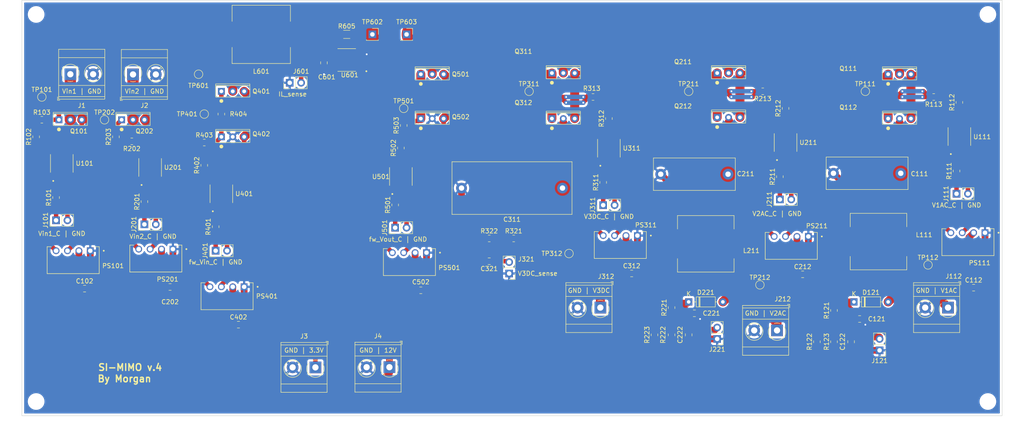
<source format=kicad_pcb>
(kicad_pcb (version 20211014) (generator pcbnew)
  (layers (0 "F.Cu" signal) (31 "B.Cu" signal) (34 "B.Paste" user) (35 "F.Paste" user) (36 "B.SilkS" user "B.Silkscreen") (37 "F.SilkS" user "F.Silkscreen") (38 "B.Mask" user) (39 "F.Mask" user) (44 "Edge.Cuts" user))
  (net 0 "")
  (net 1 "+12V")
  (net 2 "/V1_AC")
  (net 3 "GNDA")
  (net 4 "Net-(C121-Pad1)")
  (net 5 "+3.3V")
  (net 6 "/V2_AC")
  (net 7 "Net-(C221-Pad1)")
  (net 8 "/V3_DC")
  (net 9 "Net-(C321-Pad1)")
  (net 10 "Net-(J1-Pad1)")
  (net 11 "Net-(J2-Pad1)")
  (net 12 "Net-(J101-Pad1)")
  (net 13 "Net-(J101-Pad2)")
  (net 14 "Net-(J111-Pad1)")
  (net 15 "Net-(J111-Pad2)")
  (net 16 "Net-(J201-Pad1)")
  (net 17 "Net-(J201-Pad2)")
  (net 18 "Net-(J211-Pad1)")
  (net 19 "Net-(J211-Pad2)")
  (net 20 "Net-(J311-Pad1)")
  (net 21 "Net-(J311-Pad2)")
  (net 22 "Net-(J401-Pad1)")
  (net 23 "Net-(J401-Pad2)")
  (net 24 "Net-(J501-Pad1)")
  (net 25 "Net-(J501-Pad2)")
  (net 26 "/Vin_MOS_S")
  (net 27 "/L_V+")
  (net 28 "Net-(PS101-Pad4)")
  (net 29 "/V1MOS_S")
  (net 30 "Net-(PS111-Pad4)")
  (net 31 "Net-(PS201-Pad4)")
  (net 32 "/V2MOS_S")
  (net 33 "Net-(PS211-Pad4)")
  (net 34 "/V3MOS_S")
  (net 35 "Net-(PS311-Pad4)")
  (net 36 "/Flywhell_Vin_MOS_S")
  (net 37 "Net-(PS401-Pad4)")
  (net 38 "/Flywhell_Vout_MOS_S")
  (net 39 "Net-(PS501-Pad4)")
  (net 40 "/Vin1_MOS_G")
  (net 41 "/V1MOS_G")
  (net 42 "/L_V-")
  (net 43 "/Vin2_MOS_G")
  (net 44 "/V2MOS_G")
  (net 45 "/V3MOS_G")
  (net 46 "/Flywhell_Vin_MOS_G")
  (net 47 "/Flywhell_Vout_MOS_G")
  (net 48 "Net-(R101-Pad2)")
  (net 49 "Net-(R102-Pad1)")
  (net 50 "Net-(R102-Pad2)")
  (net 51 "Net-(R111-Pad2)")
  (net 52 "Net-(R112-Pad1)")
  (net 53 "Net-(R112-Pad2)")
  (net 54 "Net-(R201-Pad2)")
  (net 55 "Net-(R202-Pad1)")
  (net 56 "Net-(R202-Pad2)")
  (net 57 "Net-(R211-Pad2)")
  (net 58 "Net-(R212-Pad1)")
  (net 59 "Net-(R212-Pad2)")
  (net 60 "Net-(R311-Pad2)")
  (net 61 "Net-(R312-Pad1)")
  (net 62 "Net-(R312-Pad2)")
  (net 63 "Net-(R401-Pad2)")
  (net 64 "Net-(R402-Pad1)")
  (net 65 "Net-(R402-Pad2)")
  (net 66 "Net-(R501-Pad2)")
  (net 67 "Net-(R502-Pad1)")
  (net 68 "Net-(R502-Pad2)")
  (net 83 "Net-(Q111-Pad2)")
  (net 84 "Net-(J601-Pad2)")
  (net 85 "Net-(Q401-Pad1)")
  (net 86 "Net-(C122-Pad1)")
  (net 87 "Net-(C222-Pad1)")
  (footprint "Capacitor_SMD:C_0805_2012Metric_Pad1.18x1.45mm_HandSolder" (layer "F.Cu") (at 105.41 99.06)
    (fp_text reference "C402")
    (fp_text value "100n")
  )
  (footprint "Capacitor_SMD:C_0805_2012Metric_Pad1.18x1.45mm_HandSolder" (layer "F.Cu") (at 269.24 90.805)
    (fp_text reference "C112")
    (fp_text value "100n")
  )
  (footprint "Connector_PinHeader_2.54mm:PinHeader_1x02_P2.54mm_Vertical" (layer "F.Cu") (at 116.835 45.085 90)
    (fp_text reference "J601")
    (fp_text value "IL_sense")
  )
  (footprint "Capacitor_THT:C_Rect_L26.5mm_W11.5mm_P22.50mm_MKS4" (layer "F.Cu") (at 177.62 68.58 180)
    (fp_text reference "C311")
    (fp_text value "22u")
  )
  (footprint "Resistor_SMD:R_0805_2012Metric_Pad1.20x1.40mm_HandSolder" (layer "F.Cu") (at 97.79 58.42)
    (fp_text reference "R403")
    (fp_text value "1R - DNP")
  )
  (footprint "Resistor_SMD:R_0805_2012Metric_Pad1.20x1.40mm_HandSolder" (layer "F.Cu") (at 84.455 71.601 90)
    (fp_text reference "R201")
    (fp_text value "220")
  )
  (footprint "Resistor_SMD:R_0805_2012Metric_Pad1.20x1.40mm_HandSolder" (layer "F.Cu") (at 186.69 67.31 90)
    (fp_text reference "R311")
    (fp_text value "220")
  )
  (footprint "TestPoint:TestPoint_Pad_D1.5mm" (layer "F.Cu") (at 259.08 85.725)
    (fp_text reference "TP112")
    (fp_text value "TestPoint")
  )
  (footprint "Connector_PinHeader_2.54mm:PinHeader_1x02_P2.54mm_Vertical" (layer "F.Cu") (at 64.765 75.774827 90)
    (fp_text reference "J101")
    (fp_text value "Vin1_MOS_C")
  )
  (footprint "SIMO_PCB_Lib:IPA083N10N5" (layer "F.Cu") (at 250.19 51.809395)
    (fp_text reference "Q112")
    (fp_text value "IPA083N10N5")
  )
  (footprint "Resistor_SMD:R_0805_2012Metric_Pad1.20x1.40mm_HandSolder" (layer "F.Cu") (at 141.605 59.6425 90)
    (fp_text reference "R502")
    (fp_text value "1R - DNP")
  )
  (footprint "SIMO_PCB_Lib:IPA083N10N5" (layer "F.Cu") (at 146.05 41.91)
    (fp_text reference "Q501")
    (fp_text value "IPA083N10N5")
  )
  (footprint "TestPoint:TestPoint_Pad_D1.5mm" (layer "F.Cu") (at 245.11 46.99)
    (fp_text reference "TP111")
    (fp_text value "TestPoint")
  )
  (footprint "TestPoint:TestPoint_Pad_D1.5mm" (layer "F.Cu") (at 221.615 90.17)
    (fp_text reference "TP212")
    (fp_text value "TestPoint")
  )
  (footprint "TestPoint:TestPoint_Pad_D1.5mm" (layer "F.Cu") (at 142.24 50.8)
    (fp_text reference "TP501")
    (fp_text value "TestPoint")
  )
  (footprint "Resistor_SMD:R_0805_2012Metric_Pad1.20x1.40mm_HandSolder" (layer "F.Cu") (at 81.645 58.15 180)
    (fp_text reference "R202")
    (fp_text value "1R - DNP")
  )
  (footprint "Resistor_SMD:R_0805_2012Metric_Pad1.20x1.40mm_HandSolder" (layer "F.Cu") (at 226.06 66.04 90)
    (fp_text reference "R211")
    (fp_text value "220")
  )
  (footprint "Capacitor_SMD:C_0805_2012Metric_Pad1.18x1.45mm_HandSolder" (layer "F.Cu") (at 90.17 90.651)
    (fp_text reference "C202")
    (fp_text value "100n")
  )
  (footprint "SIMO_PCB_Lib:IPA083N10N5" (layer "F.Cu") (at 101.6 55.88)
    (fp_text reference "Q402")
    (fp_text value "IPA083N10N5")
  )
  (footprint "Connector_PinSocket_2.54mm:PinSocket_1x01_P2.54mm_Vertical" (layer "F.Cu") (at 135.255 34.29)
    (fp_text reference "TP602")
    (fp_text value "TestPoint")
  )
  (footprint "Resistor_SMD:R_0805_2012Metric_Pad1.20x1.40mm_HandSolder" (layer "F.Cu") (at 184.42 48.26 180)
    (fp_text reference "R313")
    (fp_text value "1R - DNP")
  )
  (footprint "TerminalBlock_MetzConnect:TerminalBlock_MetzConnect_Type073_RT02602HBLU_1x02_P5.08mm_Horizontal" (layer "F.Cu") (at 81.915 43.225)
    (fp_text reference "J2")
    (fp_text value "Vin2")
  )
  (footprint "SIMO_PCB_Lib:PDSE1-S12-S15-S" (layer "F.Cu") (at 102.87 92.71 180)
    (fp_text reference "PS401")
    (fp_text value "PDSE1-S12-S15-S")
  )
  (footprint "Resistor_SMD:R_0805_2012Metric_Pad1.20x1.40mm_HandSolder" (layer "F.Cu") (at 78.105 57.15 90)
    (fp_text reference "R203")
    (fp_text value "1R - DNP")
  )
  (footprint "SIMO_PCB_Lib:PDSE1-S12-S15-S" (layer "F.Cu") (at 228.6 81.475 180)
    (fp_text reference "PS211")
    (fp_text value "PDSE1-S12-S15-S")
  )
  (footprint "TerminalBlock_MetzConnect:TerminalBlock_MetzConnect_Type073_RT02602HBLU_1x02_P5.08mm_Horizontal" (layer "F.Cu") (at 139.049414 108.54 180)
    (fp_text reference "J4")
    (fp_text value "12V_rail")
  )
  (footprint "Resistor_SMD:R_0805_2012Metric_Pad1.20x1.40mm_HandSolder" (layer "F.Cu") (at 142.24 54.61 90)
    (fp_text reference "R503")
    (fp_text value "1R - DNP")
  )
  (footprint "SIMO_PCB_Lib:IPA083N10N5" (layer "F.Cu") (at 101.6 45.72)
    (fp_text reference "Q401")
    (fp_text value "IPA083N10N5")
  )
  (footprint "Resistor_SMD:R_0805_2012Metric_Pad1.20x1.40mm_HandSolder" (layer "F.Cu") (at 100.33 77.2 90)
    (fp_text reference "R401")
    (fp_text value "220")
  )
  (footprint "SIMO_PCB_Lib:SI8261BAC-C-IS" (layer "F.Cu") (at 101.6 69.85 90)
    (fp_text reference "U401")
    (fp_text value "SI8261BAC-C-IS")
  )
  (footprint "Resistor_SMD:R_0805_2012Metric_Pad1.20x1.40mm_HandSolder" (layer "F.Cu") (at 238.125 95.885 90)
    (fp_text reference "R121")
    (fp_text value "100k")
  )
  (footprint "MountingHole:MountingHole_2.7mm_M2.5" (layer "F.Cu") (at 272.415 116.205)
    (fp_text reference "REF**" hide)
    (fp_text value "MountingHole_3.5mm")
  )
  (footprint "Capacitor_SMD:C_0805_2012Metric_Pad1.18x1.45mm_HandSolder" (layer "F.Cu") (at 193.04 87.63)
    (fp_text reference "C312")
    (fp_text value "100n")
  )
  (footprint "SIMO_PCB_Lib:PDSE1-S12-S15-S" (layer "F.Cu") (at 190.5 81.28 180)
    (fp_text reference "PS311")
    (fp_text value "PDSE1-S12-S15-S")
  )
  (footprint "TerminalBlock_MetzConnect:TerminalBlock_MetzConnect_Type073_RT02602HBLU_1x02_P5.08mm_Horizontal" (layer "F.Cu") (at 122.56 108.585 180)
    (fp_text reference "J3")
    (fp_text value "3.3V_rail")
  )
  (footprint "TerminalBlock_MetzConnect:TerminalBlock_MetzConnect_Type073_RT02602HBLU_1x02_P5.08mm_Horizontal" (layer "F.Cu") (at 263.53 95.25 180)
    (fp_text reference "J112")
    (fp_text value "V1_AC")
  )
  (footprint "Connector_PinHeader_2.54mm:PinHeader_1x02_P2.54mm_Vertical" (layer "F.Cu") (at 248.285 104.78 180)
    (fp_text reference "J121")
    (fp_text value "V1AC_sens")
  )
  (footprint "Connector_PinHeader_2.54mm:PinHeader_1x02_P2.54mm_Vertical" (layer "F.Cu") (at 186.69 72.39 90)
    (fp_text reference "J311")
    (fp_text value "V3DC_MOS_C")
  )
  (footprint "Connector_PinHeader_2.54mm:PinHeader_1x02_P2.54mm_Vertical" (layer "F.Cu") (at 84.45 76.681 90)
    (fp_text reference "J201")
    (fp_text value "Vin2_MOS_C")
  )
  (footprint "Capacitor_THT:C_Rect_L18.0mm_W7.0mm_P15.00mm_FKS3_FKP3" (layer "F.Cu") (at 214.51 65.484395 180)
    (fp_text reference "C211")
    (fp_text value "0.22u")
  )
  (footprint "Resistor_SMD:R_0805_2012Metric_Pad1.20x1.40mm_HandSolder" (layer "F.Cu") (at 101.6 52.07 90)
    (fp_text reference "R404")
    (fp_text value "0R - DNP")
  )
  (footprint "Capacitor_SMD:C_0805_2012Metric_Pad1.18x1.45mm_HandSolder" (layer "F.Cu") (at 124.46 40.64 -90)
    (fp_text reference "C601")
    (fp_text value "100n")
  )
  (footprint "MountingHole:MountingHole_2.7mm_M2.5" (layer "F.Cu") (at 60.325 116.205)
    (fp_text reference "REF**" hide)
    (fp_text value "MountingHole_3.5mm")
  )
  (footprint "SIMO_PCB_Lib:SI8261BAC-C-IS" (layer "F.Cu") (at 66.04 63.074827 90)
    (fp_text reference "U101")
    (fp_text value "SI8261BAC-C-IS")
  )
  (footprint "Capacitor_THT:C_Rect_L18.0mm_W7.0mm_P15.00mm_FKS3_FKP3" (layer "F.Cu") (at 253 65.280302 180)
    (fp_text reference "C111")
    (fp_text value "0.22u")
  )
  (footprint "Resistor_SMD:R_0805_2012Metric_Pad1.20x1.40mm_HandSolder" (layer "F.Cu") (at 265.43 64.77 90)
    (fp_text reference "R111")
    (fp_text value "220")
  )
  (footprint "Resistor_SMD:R_0805_2012Metric_Pad1.20x1.40mm_HandSolder" (layer "F.Cu") (at 222.25 46.99 180)
    (fp_text reference "R213")
    (fp_text value "1R - DNP")
  )
  (footprint "Connector_PinHeader_2.54mm:PinHeader_1x02_P2.54mm_Vertical" (layer "F.Cu") (at 100.33 82.55 90)
    (fp_text reference "J401")
    (fp_text value "Flywheel_Vin_C")
  )
  (footprint "Resistor_SMD:R_1206_3216Metric_Pad1.30x1.75mm_HandSolder" (layer "F.Cu") (at 129.54 34.29)
    (fp_text reference "R605")
    (fp_text value "3m")
  )
  (footprint "Connector_PinHeader_2.54mm:PinHeader_1x02_P2.54mm_Vertical" (layer "F.Cu") (at 265.43 69.85 90)
    (fp_text reference "J111")
    (fp_text value "V1AC_MOS_C")
  )
  (footprint "SIMO_PCB_Lib:SI8261BAC-C-IS" (layer "F.Cu") (at 227.33 58.42 90)
    (fp_text reference "U211")
    (fp_text value "SI8261BAC-C-IS")
  )
  (footprint "Resistor_SMD:R_0805_2012Metric_Pad1.20x1.40mm_HandSolder" (layer "F.Cu") (at 60.325 57.15 90)
    (fp_text reference "R102")
    (fp_text value "1R - DNP")
  )
  (footprint "Capacitor_SMD:C_0805_2012Metric_Pad1.18x1.45mm_HandSolder" (layer "F.Cu") (at 71.12 91.014827)
    (fp_text reference "C102")
    (fp_text value "100n")
  )
  (footprint "Connector_PinHeader_2.54mm:PinHeader_1x02_P2.54mm_Vertical" (layer "F.Cu") (at 165.735 87.635 180)
    (fp_text reference "J321")
    (fp_text value "V3DC_sens")
  )
  (footprint "SIMO_PCB_Lib:D_DO-35_SOD27_P7.62mm_Horizontal_Reverse" (layer "F.Cu") (at 205.74 93.98)
    (fp_text reference "D221")
    (fp_text value "DIODE")
  )
  (footprint "TestPoint:TestPoint_Pad_D1.5mm" (layer "F.Cu") (at 205.74 46.99)
    (fp_text reference "TP211")
    (fp_text value "TestPoint")
  )
  (footprint "SIMO_PCB_Lib:IPA083N10N5" (layer "F.Cu") (at 212.09 51.539395)
    (fp_text reference "Q212")
    (fp_text value "IPA083N10N5")
  )
  (footprint "Connector_PinSocket_2.54mm:PinSocket_1x01_P2.54mm_Vertical" (layer "F.Cu") (at 142.875 34.29)
    (fp_text reference "TP603")
    (fp_text value "TestPoint")
  )
  (footprint "Connector_PinHeader_2.54mm:PinHeader_1x02_P2.54mm_Vertical" (layer "F.Cu") (at 226.06 71.12 90)
    (fp_text reference "J211")
    (fp_text value "V2AC_MOS_C")
  )
  (footprint "TestPoint:TestPoint_Pad_D1.5mm" (layer "F.Cu") (at 170.18 46.99)
    (fp_text reference "TP311")
    (fp_text value "TestPoint")
  )
  (footprint "Resistor_SMD:R_0805_2012Metric_Pad1.20x1.40mm_HandSolder" (layer "F.Cu") (at 201.93 95.25 90)
    (fp_text reference "R221")
    (fp_text value "100k")
  )
  (footprint "Resistor_SMD:R_0805_2012Metric_Pad1.20x1.40mm_HandSolder" (layer "F.Cu") (at 166.748 79.82)
    (fp_text reference "R321")
    (fp_text value "100k")
  )
  (footprint "Resistor_SMD:R_0805_2012Metric_Pad1.20x1.40mm_HandSolder" (layer "F.Cu") (at 238.125 102.87 90)
    (fp_text reference "R123")
    (fp_text value "10k")
  )
  (footprint "Resistor_SMD:R_0805_2012Metric_Pad1.20x1.40mm_HandSolder" (layer "F.Cu") (at 266.065 49.465 90)
    (fp_text reference "R112")
    (fp_text value "1R - DNP")
  )
  (footprint "Resistor_SMD:R_0805_2012Metric_Pad1.20x1.40mm_HandSolder" (layer "F.Cu") (at 61.595 53.34)
    (fp_text reference "R103")
    (fp_text value "1R - DNP")
  )
  (footprint "Connector_PinHeader_2.54mm:PinHeader_1x02_P2.54mm_Vertical" (layer "F.Cu") (at 140.33 77.4225 90)
    (fp_text reference "J501")
    (fp_text value "Flywheel_Vout_C")
  )
  (footprint "TerminalBlock_MetzConnect:TerminalBlock_MetzConnect_Type073_RT02602HBLU_1x02_P5.08mm_Horizontal" (layer "F.Cu") (at 67.945 43.18)
    (fp_text reference "J1")
    (fp_text value "Vin1")
  )
  (footprint "Resistor_SMD:R_0805_2012Metric_Pad1.20x1.40mm_HandSolder" (layer "F.Cu") (at 201.93 101.33 90)
    (fp_text reference "R222")
    (fp_text value "10k")
  )
  (footprint "Resistor_SMD:R_0805_2012Metric_Pad1.20x1.40mm_HandSolder" (layer "F.Cu") (at 161.29 79.82)
    (fp_text reference "R322")
    (fp_text value "6k8")
  )
  (footprint "Resistor_SMD:R_0805_2012Metric_Pad1.20x1.40mm_HandSolder" (layer "F.Cu") (at 198.12 101.33 90)
    (fp_text reference "R223")
    (fp_text value "10k")
  )
  (footprint "Capacitor_SMD:C_0805_2012Metric_Pad1.18x1.45mm_HandSolder" (layer "F.Cu") (at 205.74 101.33 -90)
    (fp_text reference "C222")
    (fp_text value "100n")
  )
  (footprint "SIMO_PCB_Lib:SOIC127P600X175-8N" (layer "F.Cu") (at 129.54 40.005 180)
    (fp_text reference "U601")
    (fp_text value "INA240A4-Q1")
  )
  (footprint "SIMO_PCB_Lib:PDSE1-S12-S15-S" (layer "F.Cu") (at 143.51 85.09 180)
    (fp_text reference "PS501")
    (fp_text value "PDSE1-S12-S15-S")
  )
  (footprint "SIMO_PCB_Lib:IPA083N10N5" (layer "F.Cu") (at 146.05 51.816)
    (fp_text reference "Q502")
    (fp_text value "IPA083N10N5")
  )
  (footprint "TestPoint:TestPoint_Pad_D1.5mm" (layer "F.Cu") (at 179.07 83.185)
    (fp_text reference "TP312")
    (fp_text value "TestPoint")
  )
  (footprint "Capacitor_SMD:C_0805_2012Metric_Pad1.18x1.45mm_HandSolder" (layer "F.Cu") (at 161.29 84.9 180)
    (fp_text reference "C321")
    (fp_text value "100n")
  )
  (footprint "TerminalBlock_MetzConnect:TerminalBlock_MetzConnect_Type073_RT02602HBLU_1x02_P5.08mm_Horizontal" (layer "F.Cu") (at 186.055 95.25 180)
    (fp_text reference "J312")
    (fp_text value "V3_DC")
  )
  (footprint "SIMO_PCB_Lib:SI8261BAC-C-IS" (layer "F.Cu") (at 85.725 63.981 90)
    (fp_text reference "U201")
    (fp_text value "SI8261BAC-C-IS")
  )
  (footprint "SIMO_PCB_Lib:SRR1260-120M" (layer "F.Cu") (at 209.55 81.019395 180)
    (fp_text reference "L211")
    (fp_text value "12u")
  )
  (footprint "Resistor_SMD:R_0805_2012Metric_Pad1.20x1.40mm_HandSolder" (layer "F.Cu") (at 140.335 72.3425 90)
    (fp_text reference "R501")
    (fp_text value "220")
  )
  (footprint "SIMO_PCB_Lib:D_DO-35_SOD27_P7.62mm_Horizontal_Reverse" (layer "F.Cu") (at 242.57 93.98)
    (fp_text reference "D121")
    (fp_text value "DIODE")
  )
  (footprint "Capacitor_SMD:C_0805_2012Metric_Pad1.18x1.45mm_HandSolder" (layer "F.Cu") (at 243.84 97.79)
    (fp_text reference "C121")
    (fp_text value "100n")
  )
  (footprint "Capacitor_SMD:C_0805_2012Metric_Pad1.18x1.45mm_HandSolder" (layer "F.Cu") (at 146.05 91.3925)
    (fp_text reference "C502")
    (fp_text value "100n")
  )
  (footprint "SIMO_PCB_Lib:PDSE1-S12-S15-S" (layer "F.Cu") (at 267.97 80.645 180)
    (fp_text reference "PS111")
    (fp_text value "PDSE1-S12-S15-S")
  )
  (footprint "SIMO_PCB_Lib:SI8261BAC-C-IS" (layer "F.Cu") (at 187.96 59.69 90)
    (fp_text reference "U311")
    (fp_text value "SI8261BAC-C-IS")
  )
  (footprint "SIMO_PCB_Lib:IPA083N10N5" (layer "F.Cu") (at 212.09 41.649395)
    (fp_text reference "Q211")
    (fp_text value "IPA083N10N5")
  )
  (footprint "TerminalBlock_MetzConnect:TerminalBlock_MetzConnect_Type073_RT02602HBLU_1x02_P5.08mm_Horizontal" (layer "F.Cu") (at 225.425 100.33 180)
    (fp_text reference "J212")
    (fp_text value "V2_AC")
  )
  (footprint "TestPoint:TestPoint_Pad_D1.5mm" (layer "F.Cu") (at 97.79 52.07)
    (fp_text reference "TP401")
    (fp_text value "TestPoint")
  )
  (footprint "TestPoint:TestPoint_Pad_D1.5mm" (layer "F.Cu") (at 61.595 48.26)
    (fp_text reference "TP101")
    (fp_text value "TestPoint")
  )
  (footprint "SIMO_PCB_Lib:IPA083N10N5" (layer "F.Cu") (at 175.26 51.809395)
    (fp_text reference "Q312")
    (fp_text value "IPA083N10N5")
  )
  (footprint "MountingHole:MountingHole_2.7mm_M2.5" (layer "F.Cu") (at 60.325 29.845)
    (fp_text reference "REF**" hide)
    (fp_text value "MountingHole_3.5mm")
  )
  (footprint "Resistor_SMD:R_0805_2012Metric_Pad1.20x1.40mm_HandSolder" (layer "F.Cu") (at 234.315 102.87 90)
    (fp_text reference "R122")
    (fp_text value "10k")
  )
  (footprint "MountingHole:MountingHole_2.7mm_M2.5" (layer "F.Cu") (at 272.415 29.845)
    (fp_text reference "REF**" hide)
    (fp_text value "MountingHole_3.5mm")
  )
  (footprint "SIMO_PCB_Lib:SI8261BAC-C-IS" (layer "F.Cu") (at 266.065 57.085 90)
    (fp_text reference "U111")
    (fp_text value "SI8261BAC-C-IS")
  )
  (footprint "TestPoint:TestPoint_Pad_D1.5mm" (layer "F.Cu") (at 75.565 53.34)
    (fp_text reference "TP202")
    (fp_text value "TestPoint")
  )
  (footprint "SIMO_PCB_Lib:IPA083N10N5" (layer "F.Cu") (at 79.375 52.07)
    (fp_text reference "Q202")
    (fp_text value "IPA083N10N5")
  )
  (footprint "SIMO_PCB_Lib:SRR1260-120M" (layer "F.Cu") (at 248.04 80.520302 180)
    (fp_text reference "L111")
    (fp_text value "12u")
  )
  (footprint "SIMO_PCB_Lib:PDSE1-S12-S15-S" (layer "F.Cu") (at 86.995 84.301 180)
    (fp_text reference "PS201")
    (fp_text value "PDSE1-S12-S15-S")
  )
  (footprint "Resistor_SMD:R_0805_2012Metric_Pad1.20x1.40mm_HandSolder" (layer "F.Cu") (at 227.33 50.8 90)
    (fp_text reference "R212")
    (fp_text value "1R - DNP")
  )
  (footprint "SIMO_PCB_Lib:PDSE1-S12-S15-S" (layer "F.Cu") (at 68.58 84.664827 180)
    (fp_text reference "PS101")
    (fp_text value "PDSE1-S12-S15-S")
  )
  (footprint "SIMO_PCB_Lib:SI8261BAC-C-IS" (layer "F.Cu") (at 141.605 65.9925 90)
    (fp_text reference "U501")
    (fp_text value "SI8261BAC-C-IS")
  )
  (footprint "Resistor_SMD:R_0805_2012Metric_Pad1.20x1.40mm_HandSolder" (layer "F.Cu") (at 260.35 48.26 180)
    (fp_text reference "R113")
    (fp_text value "1R - DNP")
  )
  (footprint "Connector_PinHeader_2.54mm:PinHeader_1x02_P2.54mm_Vertical" (layer "F.Cu") (at 212.09 102.24 180)
    (fp_text reference "J221")
    (fp_text value "V2AC_sens")
  )
  (footprint "Capacitor_SMD:C_0805_2012Metric_Pad1.18x1.45mm_HandSolder" (layer "F.Cu") (at 241.935 102.87 -90)
    (fp_text reference "C122")
    (fp_text value "100n")
  )
  (footprint "Inductor_SMD:L_Wuerth_HCI-1350" (layer "F.Cu") (at 110.49 34.29)
    (fp_text reference "L601")
    (fp_text value "6u")
  )
  (footprint "Resistor_SMD:R_0805_2012Metric_Pad1.20x1.40mm_HandSolder" (layer "F.Cu") (at 97.79 63.5 90)
    (fp_text reference "R402")
    (fp_text value "1R - DNP")
  )
  (footprint "SIMO_PCB_Lib:IPA083N10N5" (layer "F.Cu") (at 65.405 52.07)
    (fp_text reference "Q101")
    (fp_text value "IPA083N10N5")
  )
  (footprint "Capacitor_SMD:C_0805_2012Metric_Pad1.18x1.45mm_HandSolder" (layer "F.Cu") (at 231.14 87.825)
    (fp_text reference "C212")
    (fp_text value "100n")
  )
  (footprint "SIMO_PCB_Lib:IPA083N10N5" (layer "F.Cu") (at 250.19 41.91)
    (fp_text reference "Q111")
    (fp_text value "IPA083N10N5")
  )
  (footprint "Resistor_SMD:R_0805_2012Metric_Pad1.20x1.40mm_HandSolder" (layer "F.Cu") (at 187.96 53.07 90)
    (fp_text reference "R312")
    (fp_text value "1R - DNP")
  )
  (footprint "Capacitor_SMD:C_0805_2012Metric_Pad1.18x1.45mm_HandSolder" (layer "F.Cu") (at 207.01 96.52)
    (fp_text reference "C221")
    (fp_text value "100n")
  )
  (footprint "Resistor_SMD:R_0805_2012Metric_Pad1.20x1.40mm_HandSolder" (layer "F.Cu") (at 64.77 70.694827 90)
    (fp_text reference "R101")
    (fp_text value "220")
  )
  (footprint "SIMO_PCB_Lib:IPA083N10N5" (layer "F.Cu") (at 175.26 41.649395)
    (fp_text reference "Q311")
    (fp_text value "IPA083N10N5")
  )
  (footprint "TestPoint:TestPoint_Pad_D1.5mm" (layer "F.Cu") (at 96.52 43.18)
    (fp_text reference "TP601")
    (fp_text value "TestPoint")
  )
  (gr_rect (start 57.15 26.67) (end 275.59 119.38) (layer "Edge.Cuts") (width 0.1) (fill none))
  (gr_text "GND | V1AC" (at 260.985 91.44) (layer "F.SilkS") (effects (font (size 1 1))))
  (gr_text "V3DC_C | GND" (at 187.96 74.93) (layer "F.SilkS") (effects (font (size 1 1))))
  (gr_text "IL_sense" (at 117.475 47.625) (layer "F.SilkS") (effects (font (size 1 1))))
  (gr_text "fw_Vout_C | GND" (at 140.97 80.01) (layer "F.SilkS") (effects (font (size 1 1))))
  (gr_text "V1AC_C | GND" (at 265.43 72.39) (layer "F.SilkS") (effects (font (size 1 1))))
  (gr_text "GND | 12V" (at 136.509414 104.775) (layer "F.SilkS") (effects (font (size 1 1))))
  (gr_text "GND | 3.3V\n" (at 120.015 104.775) (layer "F.SilkS") (effects (font (size 1 1))))
  (gr_text "Vin1 | GND" (at 70.485 46.99) (layer "F.SilkS") (effects (font (size 1 1))))
  (gr_text "SI-MIMO v.4\n" (at 81.28 108.585) (layer "F.SilkS") (effects (font (size 1.5 1.5) (thickness 0.3))))
  (gr_text "GND | V3DC" (at 183.515 91.44) (layer "F.SilkS") (effects (font (size 1 1))))
  (gr_text "Vin2_C | GND" (at 86.36 79.375) (layer "F.SilkS") (effects (font (size 1 1))))
  (gr_text "Vin1_C | GND" (at 66.04 78.74) (layer "F.SilkS") (effects (font (size 1 1))))
  (gr_text "Vin2 | GND" (at 84.455 46.99) (layer "F.SilkS") (effects (font (size 1 1))))
  (gr_text "GND | V2AC" (at 222.885 96.52) (layer "F.SilkS") (effects (font (size 1 1))))
  (gr_text "V3DC_sense" (at 172.085 87.63) (layer "F.SilkS") (effects (font (size 1 1))))
  (gr_text "V2AC_C | GND" (at 225.425 74.295) (layer "F.SilkS") (effects (font (size 1 1))))
  (gr_text "By Morgan" (at 80.01 111.125) (layer "F.SilkS") (effects (font (size 1.5 1.5) (thickness 0.3))))
  (gr_text "fw_Vin_C | GND" (at 100.33 85.09) (layer "F.SilkS") (effects (font (size 1 1))))
  (segment (start 268.2025 79.5825) (end 268.2025 90.805) (width 1.5) (layer "F.Cu") (net 1))
  (segment (start 139.049414 94.630586) (end 142.2875 91.3925) (width 1.5) (layer "F.Cu") (net 1))
  (segment (start 104.14 98.8275) (end 104.3725 99.06) (width 1.5) (layer "F.Cu") (net 1))
  (segment (start 113.665 116.84) (end 99.695 102.87) (width 1.5) (layer "F.Cu") (net 1))
  (segment (start 132.08 116.84) (end 113.665 116.84) (width 1.5) (layer "F.Cu") (net 1))
  (segment (start 268.2025 102.6375) (end 254 116.84) (width 1.5) (layer "F.Cu") (net 1))
  (segment (start 192.0025 111.5275) (end 192.0025 87.63) (width 1.5) (layer "F.Cu") (net 1))
  (segment (start 226.06 116.84) (end 215.9 116.84) (width 1.5) (layer "F.Cu") (net 1))
  (segment (start 230.1025 112.7975) (end 226.06 116.84) (width 1.5) (layer "F.Cu") (net 1))
  (segment (start 215.9 116.84) (end 132.08 116.84) (width 1.5) (layer "F.Cu") (net 1))
  (segment (start 89.1325 95.4825) (end 96.52 102.87) (width 1.5) (layer "F.Cu") (net 1))
  (segment (start 104.14 90.61) (end 104.14 98.8275) (width 1.5) (layer "F.Cu") (net 1))
  (segment (start 99.695 102.87) (end 107.747944 102.87) (width 1.5) (layer "F.Cu") (net 1))
  (segment (start 139.049414 108.54) (end 139.049414 109.870586) (width 1.5) (layer "F.Cu") (net 1))
  (segment (start 88.265 82.201) (end 88.265 89.7835) (width 1.5) (layer "F.Cu") (net 1))
  (segment (start 70.0825 91.014827) (end 70.0825 91.6725) (width 1.5) (layer "F.Cu") (net 1))
  (segment (start 254 116.84) (end 215.9 116.84) (width 1.5) (layer "F.Cu") (net 1))
  (segment (start 268.2025 90.805) (end 268.2025 102.6375) (width 1.5) (layer "F.Cu") (net 1))
  (segment (start 89.1325 90.651) (end 89.1325 95.4825) (width 1.5) (layer "F.Cu") (net 1))
  (segment (start 144.78 82.99) (end 144.78 91.16) (width 1.5) (layer "F.Cu") (net 1))
  (segment (start 142.2875 91.3925) (end 145.0125 91.3925) (width 1.5) (layer "F.Cu") (net 1))
  (segment (start 139.049414 109.870586) (end 132.08 116.84) (width 1.5) (layer "F.Cu") (net 1))
  (segment (start 191.77 87.3975) (end 192.0025 87.63) (width 1.5) (layer "F.Cu") (net 1))
  (segment (start 230.1025 87.825) (end 230.1025 112.7975) (width 1.5) (layer "F.Cu") (net 1))
  (segment (start 144.78 91.16) (end 145.0125 91.3925) (width 1.5) (layer "F.Cu") (net 1))
  (segment (start 104.3725 99.494556) (end 104.3725 99.06) (width 1.5) (layer "F.Cu") (net 1))
  (segment (start 96.52 102.87) (end 99.695 102.87) (width 1.5) (layer "F.Cu") (net 1))
  (segment (start 81.28 102.87) (end 96.52 102.87) (width 1.5) (layer "F.Cu") (net 1))
  (segment (start 191.77 79.18) (end 191.77 87.3975) (width 1.5) (layer "F.Cu") (net 1))
  (segment (start 229.87 87.5925) (end 230.1025 87.825) (width 1.5) (layer "F.Cu") (net 1))
  (segment (start 229.87 79.375) (end 229.87 87.5925) (width 1.5) (layer "F.Cu") (net 1))
  (segment (start 88.265 89.7835) (end 89.1325 90.651) (width 1.5) (layer "F.Cu") (net 1))
  (segment (start 69.85 90.782327) (end 70.0825 91.014827) (width 1.5) (layer "F.Cu") (net 1))
  (segment (start 186.69 116.84) (end 192.0025 111.5275) (width 1.5) (layer "F.Cu") (net 1))
  (segment (start 139.049414 108.54) (end 139.049414 94.630586) (width 1.5) (layer "F.Cu") (net 1))
  (segment (start 70.0825 91.6725) (end 81.28 102.87) (width 1.5) (layer "F.Cu") (net 1))
  (segment (start 69.85 82.564827) (end 69.85 90.782327) (width 1.5) (layer "F.Cu") (net 1))
  (segment (start 269.24 78.545) (end 268.2025 79.5825) (width 1.5) (layer "F.Cu") (net 1))
  (segment (start 107.747944 102.87) (end 104.3725 99.494556) (width 1.5) (layer "F.Cu") (net 1))
  (segment (start 253 65.280302) (end 253 86.36) (width 6) (layer "F.Cu") (net 2))
  (segment (start 256.225 87.945) (end 254.64 86.36) (width 2) (layer "F.Cu") (net 2))
  (segment (start 253 65.280302) (end 253 58.055) (width 6) (layer "F.Cu") (net 2))
  (segment (start 256.225 87.945) (end 256.86 87.945) (width 2) (layer "F.Cu") (net 2))
  (segment (start 253 91.17) (end 250.19 93.98) (width 2) (layer "F.Cu") (net 2))
  (segment (start 263.53 95.25) (end 256.225 87.945) (width 2) (layer "F.Cu") (net 2))
  (segment (start 252.73 57.785) (end 253 58.055) (width 6) (layer "F.Cu") (net 2))
  (segment (start 256.86 87.945) (end 259.08 85.725) (width 2) (layer "F.Cu") (net 2))
  (segment (start 253 86.36) (end 253 91.17) (width 2) (layer "F.Cu") (net 2))
  (segment (start 254.64 86.36) (end 253 86.36) (width 2) (layer "F.Cu") (net 2))
  (segment (start 198.12 102.33) (end 207.74 102.33) (width 1.5) (layer "F.Cu") (net 3))
  (segment (start 90.805 82.201) (end 90.805 90.2485) (width 1.5) (layer "F.Cu") (net 3))
  (segment (start 244.8775 98.8275) (end 245.11 99.06) (width 1.5) (layer "F.Cu") (net 3))
  (segment (start 232.41 79.375) (end 232.41 87.825) (width 1.5) (layer "F.Cu") (net 3))
  (segment (start 194.31 79.18) (end 194.31 87.63) (width 1.5) (layer "F.Cu") (net 3))
  (segment (start 106.68 98.8275) (end 106.4475 99.06) (width 1.5) (layer "F.Cu") (net 3))
  (segment (start 207.74 102.33) (end 207.83 102.24) (width 1.5) (layer "F.Cu") (net 3))
  (segment (start 124.6925 41.6775) (end 125.5675 40.8025) (width 1) (layer "F.Cu") (net 3))
  (segment (start 147.32 82.99) (end 147.32 91.16) (width 1.5) (layer "F.Cu") (net 3))
  (segment (start 248.285 104.78) (end 242.8075 104.78) (width 1.5) (layer "F.Cu") (net 3))
  (segment (start 147.32 91.16) (end 147.0875 91.3925) (width 1.5) (layer "F.Cu") (net 3))
  (segment (start 132.075 38.1) (end 132.075 40.64) (width 1) (layer "F.Cu") (net 3))
  (segment (start 199.51 65.484395) (end 203.609 69.583395) (width 1.5) (layer "F.Cu") (net 3))
  (segment (start 242.099 80.520302) (end 242.099 69.379302) (width 1.5) (layer "F.Cu") (net 3))
  (segment (start 210.19 102.24) (end 212.09 102.24) (width 1.5) (layer "F.Cu") (net 3))
  (segment (start 124.46 41.6775) (end 124.46 43.18) (width 1) (layer "F.Cu") (net 3))
  (segment (start 234.3525 103.9075) (end 234.315 103.87) (width 1.5) (layer "F.Cu") (net 3))
  (segment (start 203.609 69.583395) (end 203.609 81.019395) (width 1.5) (layer "F.Cu") (net 3))
  (segment (start 132.075 38.1) (end 133.35 38.1) (width 1) (layer "F.Cu") (net 3))
  (segment (start 244.8775 97.79) (end 244.8775 98.8275) (width 1.5) (layer "F.Cu") (net 3))
  (segment (start 160.29 84.8625) (end 160.2525 84.9) (width 1.5) (layer "F.Cu") (net 3))
  (segment (start 241.935 103.9075) (end 234.3525 103.9075) (width 1.5) (layer "F.Cu") (net 3))
  (segment (start 207.83 102.24) (end 210.19 102.24) (width 1.5) (layer "F.Cu") (net 3))
  (segment (start 242.8075 104.78) (end 241.935 103.9075) (width 1.5) (layer "F.Cu") (net 3))
  (segment (start 232.41 87.825) (end 232.1775 87.825) (width 1.5) (layer "F.Cu") (net 3))
  (segment (start 124.46 41.6775) (end 124.6925 41.6775) (width 1) (layer "F.Cu") (net 3))
  (segment (start 242.099 69.379302) (end 238 65.280302) (width 1.5) (layer "F.Cu") (net 3))
  (segment (start 106.68 90.61) (end 106.68 98.8275) (width 1.5) (layer "F.Cu") (net 3))
  (segment (start 155.12 74.65) (end 160.29 79.82) (width 1.5) (layer "F.Cu") (net 3))
  (segment (start 133.35 38.1) (end 133.985 38.735) (width 1) (layer "F.Cu") (net 3))
  (segment (start 208.0475 96.52) (end 208.0475 97.5575) (width 1.5) (layer "F.Cu") (net 3))
  (segment (start 271.78 89.3025) (end 270.2775 90.805) (width 1.5) (layer "F.Cu") (net 3))
  (segment (start 160.29 79.82) (end 160.29 84.8625) (width 1.5) (layer "F.Cu") (net 3))
  (segment (start 155.12 68.58) (end 155.12 74.65) (width 1.5) (layer "F.Cu") (net 3))
  (segment (start 271.78 78.545) (end 271.78 89.3025) (width 1.5) (layer "F.Cu") (net 3))
  (segment (start 90.805 90.2485) (end 91.2075 90.651) (width 1.5) (layer "F.Cu") (net 3))
  (segment (start 72.39 90.782327) (end 72.1575 91.014827) (width 1.5) (layer "F.Cu") (net 3))
  (segment (start 125.5675 40.8025) (end 126.365 40.8025) (width 1) (layer "F.Cu") (net 3))
  (segment (start 72.39 82.564827) (end 72.39 90.782327) (width 1.5) (layer "F.Cu") (net 3))
  (segment (start 208.0475 97.5575) (end 208.28 97.79) (width 1.5) (layer "F.Cu") (net 3))
  (via (at 133.985 38.735) (size 0.8) (drill 0.4) (layers "F.Cu" "B.Cu") (net 3))
  (via (at 208.28 97.79) (size 0.8) (drill 0.4) (layers "F.Cu" "B.Cu") (net 3))
  (via (at 245.11 99.06) (size 0.8) (drill 0.4) (layers "F.Cu" "B.Cu") (net 3))
  (via (at 124.46 43.18) (size 0.8) (drill 0.4) (layers "F.Cu" "B.Cu") (net 3))
  (segment (start 240.03 93.98) (end 239.03 93.98) (width 1.5) (layer "F.Cu") (net 4))
  (segment (start 242.57 93.98) (end 240.03 93.98) (width 1.5) (layer "F.Cu") (net 4))
  (segment (start 239.03 93.98) (end 238.125 94.885) (width 1.5) (layer "F.Cu") (net 4))
  (segment (start 242.8025 97.79) (end 242.8025 96.7525) (width 1.5) (layer "F.Cu") (net 4))
  (segment (start 242.8025 96.7525) (end 240.03 93.98) (width 1.5) (layer "F.Cu") (net 4))
  (segment (start 126.7725 39.6025) (end 127.005 39.37) (width 1) (layer "F.Cu") (net 5))
  (segment (start 122.56 41.421497) (end 122.56 108.585) (width 1) (layer "F.Cu") (net 5))
  (segment (start 124.46 39.6025) (end 124.378997 39.6025) (width 1) (layer "F.Cu") (net 5))
  (segment (start 124.46 39.6025) (end 126.7725 39.6025) (width 1) (layer "F.Cu") (net 5))
  (segment (start 124.378997 39.6025) (end 122.56 41.421497) (width 1) (layer "F.Cu") (net 5))
  (segment (start 214.51 87.75) (end 214.5 87.76) (width 6) (layer "F.Cu") (net 6))
  (segment (start 217.3575 90.6175) (end 216.7225 90.6175) (width 2) (layer "F.Cu") (net 6))
  (segment (start 225.425 100.33) (end 225.425 98.685) (width 2) (layer "F.Cu") (net 6))
  (segment (start 214.51 65.484395) (end 214.51 87.75) (width 6) (layer "F.Cu") (net 6))
  (segment (start 216.7225 90.6175) (end 213.36 93.98) (width 2) (layer "F.Cu") (net 6))
  (segment (start 225.425 98.685) (end 217.3575 90.6175) (width 2) (layer "F.Cu") (net 6))
  (segment (start 217.3575 90.6175) (end 214.5 87.76) (width 2) (layer "F.Cu") (net 6))
  (segment (start 214.51 65.484395) (end 214.51 57.905) (width 6) (layer "F.Cu") (net 6))
  (segment (start 217.805 90.17) (end 221.615 90.17) (width 2) (layer "F.Cu") (net 6))
  (segment (start 217.3575 90.6175) (end 217.805 90.17) (width 2) (layer "F.Cu") (net 6))
  (segment (start 205.835 96.52) (end 203.565 94.25) (width 1.5) (layer "F.Cu") (net 7))
  (segment (start 201.93 94.25) (end 203.565 94.25) (width 1.5) (layer "F.Cu") (net 7))
  (segment (start 205.9725 96.52) (end 205.835 96.52) (width 1.5) (layer "F.Cu") (net 7))
  (segment (start 203.565 94.25) (end 205.47 94.25) (width 1.5) (layer "F.Cu") (net 7))
  (segment (start 205.47 94.25) (end 205.74 93.98) (width 1.5) (layer "F.Cu") (net 7))
  (segment (start 167.748 79.82) (end 173.99 79.82) (width 1.5) (layer "F.Cu") (net 8))
  (segment (start 179.07 83.185) (end 180.5725 81.6825) (width 2) (layer "F.Cu") (net 8))
  (segment (start 177.62 68.58) (end 177.62 58.6) (width 6) (layer "F.Cu") (net 8))
  (segment (start 173.99 79.82) (end 177.62 76.19) (width 1.5) (layer "F.Cu") (net 8))
  (segment (start 177.62 68.58) (end 177.62 76.19) (width 6) (layer "F.Cu") (net 8))
  (segment (start 186.055 95.25) (end 186.055 84.625) (width 2) (layer "F.Cu") (net 8))
  (segment (start 180.5725 79.1425) (end 177.62 76.19) (width 2) (layer "F.Cu") (net 8))
  (segment (start 186.055 84.625) (end 180.5725 79.1425) (width 2) (layer "F.Cu") (net 8))
  (segment (start 180.5725 81.6825) (end 180.5725 79.1425) (width 2) (layer "F.Cu") (net 8))
  (segment (start 162.29 79.82) (end 165.748 79.82) (width 1.5) (layer "F.Cu") (net 9))
  (segment (start 162.3275 84.9) (end 165.545 84.9) (width 1) (layer "F.Cu") (net 9))
  (segment (start 162.3275 84.9) (end 162.3275 79.8575) (width 1) (layer "F.Cu") (net 9))
  (segment (start 165.545 84.9) (end 165.735 85.09) (width 1) (layer "F.Cu") (net 9))
  (segment (start 162.3275 79.8575) (end 162.29 79.82) (width 1) (layer "F.Cu") (net 9))
  (segment (start 67.945 53.34) (end 67.945 43.18) (width 2.5) (layer "F.Cu") (net 10))
  (segment (start 81.915 53.34) (end 81.915 43.225) (width 2.5) (layer "F.Cu") (net 11))
  (segment (start 64.77 75.769827) (end 64.77 71.694827) (width 1) (layer "F.Cu") (net 12))
  (segment (start 64.765 75.774827) (end 64.77 75.769827) (width 1) (layer "F.Cu") (net 12))
  (segment (start 66.675 66.530173) (end 66.675 65.549827) (width 1) (layer "F.Cu") (net 13))
  (segment (start 67.31 67.165173) (end 66.675 66.530173) (width 1) (layer "F.Cu") (net 13))
  (segment (start 67.31 75.774827) (end 67.31 67.165173) (width 1) (layer "F.Cu") (net 13))
  (segment (start 265.43 65.77) (end 265.43 69.215) (width 1) (layer "F.Cu") (net 14))
  (segment (start 266.7 59.56) (end 266.7 60.96) (width 1) (layer "F.Cu") (net 15))
  (segment (start 267.97 62.23) (end 267.97 69.215) (width 1) (layer "F.Cu") (net 15))
  (segment (start 266.7 60.96) (end 267.97 62.23) (width 1) (layer "F.Cu") (net 15))
  (segment (start 84.455 72.601) (end 84.455 76.676) (width 1) (layer "F.Cu") (net 16))
  (segment (start 84.455 76.676) (end 84.45 76.681) (width 1) (layer "F.Cu") (net 16))
  (segment (start 86.36 67.464) (end 86.36 66.456) (width 1) (layer "F.Cu") (net 17))
  (segment (start 86.995 76.681) (end 86.995 68.099) (width 1) (layer "F.Cu") (net 17))
  (segment (start 86.995 68.099) (end 86.36 67.464) (width 1) (layer "F.Cu") (net 17))
  (segment (start 226.06 67.04) (end 226.06 71.12) (width 1) (layer "F.Cu") (net 18))
  (segment (start 228.6 63.5) (end 228.6 71.12) (width 1) (layer "F.Cu") (net 19))
  (segment (start 227.965 62.865) (end 227.965 60.895) (width 1) (layer "F.Cu") (net 19))
  (segment (start 228.6 63.5) (end 227.965 62.865) (width 1) (layer "F.Cu") (net 19))
  (segment (start 186.69 68.31) (end 186.69 72.39) (width 1) (layer "F.Cu") (net 20))
  (segment (start 188.595 64.135) (end 189.23 64.77) (width 1) (layer "F.Cu") (net 21))
  (segment (start 188.595 62.165) (end 188.595 64.135) (width 1) (layer "F.Cu") (net 21))
  (segment (start 189.23 64.77) (end 189.23 72.39) (width 1) (layer "F.Cu") (net 21))
  (segment (start 100.33 78.2) (end 100.33 82.55) (width 1) (layer "F.Cu") (net 22))
  (segment (start 102.235 74.295) (end 102.87 74.93) (width 1) (layer "F.Cu") (net 23))
  (segment (start 102.235 72.325) (end 102.235 74.295) (width 1) (layer "F.Cu") (net 23))
  (segment (start 102.87 74.93) (end 102.87 82.55) (width 1) (layer "F.Cu") (net 23))
  (segment (start 140.335 73.3425) (end 140.335 77.4175) (width 1) (layer "F.Cu") (net 24))
  (segment (start 140.335 77.4175) (end 140.33 77.4225) (width 1) (layer "F.Cu") (net 24))
  (segment (start 142.875 77.4225) (end 142.875 70.1105) (width 1) (layer "F.Cu") (net 25))
  (segment (start 142.24 69.4755) (end 142.24 68.4675) (width 1) (layer "F.Cu") (net 25))
  (segment (start 142.875 70.1105) (end 142.24 69.4755) (width 1) (layer "F.Cu") (net 25))
  (segment (start 70.485 53.34) (end 71.12 52.705) (width 2) (layer "F.Cu") (net 26))
  (segment (start 104.14 46.99) (end 104.14 45.72) (width 2) (layer "F.Cu") (net 26))
  (segment (start 89.535 59.69) (end 87.719 61.506) (width 1) (layer "F.Cu") (net 26))
  (segment (start 71.12 52.705) (end 71.12 51.435) (width 3) (layer "F.Cu") (net 26))
  (segment (start 85.09 53.34) (end 85.725 53.34) (width 3) (layer "F.Cu") (net 26))
  (segment (start 97.155 38.735) (end 96.52 39.37) (width 2) (layer "F.Cu") (net 26))
  (segment (start 67.945 60.599827) (end 68.645 60.599827) (width 1) (layer "F.Cu") (net 26))
  (segment (start 68.645 60.599827) (end 69.85 61.804827) (width 1) (layer "F.Cu") (net 26))
  (segment (start 104.14 45.72) (end 97.155 38.735) (width 2) (layer "F.Cu") (net 26))
  (segment (start 88.33 61.506) (end 89.535 62.711) (width 1) (layer "F.Cu") (net 26))
  (segment (start 67.945 60.599827) (end 67.945 59.69) (width 1) (layer "F.Cu") (net 26))
  (segment (start 89.535 57.15) (end 89.535 59.69) (width 1) (layer "F.Cu") (net 26))
  (segment (start 89.535 78.391) (end 85.725 82.201) (width 1) (layer "F.Cu") (net 26))
  (segment (start 67.945 59.69) (end 70.485 57.15) (width 1) (layer "F.Cu") (net 26))
  (segment (start 70.485 57.15) (end 70.485 53.34) (width 1) (layer "F.Cu") (net 26))
  (segment (start 95.885 34.29) (end 97.155 34.29) (width 2) (layer "F.Cu") (net 26))
  (segment (start 90.805 39.37) (end 95.885 34.29) (width 3) (layer "F.Cu") (net 26))
  (segment (start 85.725 53.34) (end 89.535 57.15) (width 1) (layer "F.Cu") (net 26))
  (segment (start 69.85 80.024827) (end 67.31 82.564827) (width 1) (layer "F.Cu") (net 26))
  (segment (start 76.835 45.72) (end 76.835 38.1) (width 3) (layer "F.Cu") (net 26))
  (segment (start 84.455 53.34) (end 85.09 53.34) (width 2) (layer "F.Cu") (net 26))
  (segment (start 96.52 39.37) (end 96.52 43.18) (width 3) (layer "F.Cu") (net 26))
  (segment (start 97.155 34.29) (end 80.645 34.29) (width 6) (layer "F.Cu") (net 26))
  (segment (start 87.63 61.506) (end 88.33 61.506) (width 1) (layer "F.Cu") (net 26))
  (segment (start 76.835 38.1) (end 80.645 34.29) (width 3) (layer "F.Cu") (net 26))
  (segment (start 89.535 62.711) (end 89.535 78.391) (width 1) (layer "F.Cu") (net 26))
  (segment (start 97.155 34.29) (end 102.87 34.29) (width 6) (layer "F.Cu") (net 26))
  (segment (start 87.719 61.506) (end 87.63 61.506) (width 1) (layer "F.Cu") (net 26))
  (segment (start 75.565 46.99) (end 76.835 45.72) (width 3) (layer "F.Cu") (net 26))
  (segment (start 90.805 48.26) (end 90.805 39.37) (width 3) (layer "F.Cu") (net 26))
  (segment (start 71.12 51.435) (end 75.565 46.99) (width 3) (layer "F.Cu") (net 26))
  (segment (start 97.155 38.735) (end 97.155 34.29) (width 3) (layer "F.Cu") (net 26))
  (segment (start 69.85 61.804827) (end 69.85 80.024827) (width 1) (layer "F.Cu") (net 26))
  (segment (start 85.725 53.34) (end 90.805 48.26) (width 3) (layer "F.Cu") (net 26))
  (segment (start 127.99 34.29) (end 128.625 34.925) (width 1) (layer "F.Cu") (net 27))
  (segment (start 128.625 34.925) (end 128.625 41.206363) (width 1) (layer "F.Cu") (net 27))
  (segment (start 128.625 41.206363) (end 127.921363 41.91) (width 1) (layer "F.Cu") (net 27))
  (segment (start 115.74 34.29) (end 119.38 34.29) (width 6) (layer "F.Cu") (net 27))
  (segment (start 127.921363 41.91) (end 127.005 41.91) (width 1) (layer "F.Cu") (net 27))
  (segment (start 63.435 60.599827) (end 62.23 61.804827) (width 1) (layer "F.Cu") (net 28))
  (segment (start 62.23 61.804827) (end 62.23 79.584827) (width 1) (layer "F.Cu") (net 28))
  (segment (start 64.135 60.599827) (end 63.435 60.599827) (width 1) (layer "F.Cu") (net 28))
  (segment (start 64.77 82.564827) (end 62.23 80.024827) (width 1) (layer "F.Cu") (net 28))
  (segment (start 62.23 80.024827) (end 62.23 79.584827) (width 1) (layer "F.Cu") (net 28))
  (segment (start 267.97 45.72) (end 265.43 43.18) (width 1) (layer "F.Cu") (net 29))
  (segment (start 266.7 78.545) (end 270.51 74.735) (width 1) (layer "F.Cu") (net 29))
  (segment (start 265.43 43.18) (end 255.27 43.18) (width 1) (layer "F.Cu") (net 29))
  (segment (start 267.97 54.61) (end 267.97 45.72) (width 1) (layer "F.Cu") (net 29))
  (segment (start 270.51 74.735) (end 270.51 57.15) (width 1) (layer "F.Cu") (net 29))
  (segment (start 255.27 43.18) (end 255.27 53.079395) (width 2) (layer "F.Cu") (net 29))
  (segment (start 270.51 57.15) (end 267.97 54.61) (width 1) (layer "F.Cu") (net 29))
  (segment (start 262.255 76.64) (end 264.16 78.545) (width 1) (layer "F.Cu") (net 30))
  (segment (start 264.16 54.61) (end 262.255 56.515) (width 1) (layer "F.Cu") (net 30))
  (segment (start 262.255 56.515) (end 262.255 76.64) (width 1) (layer "F.Cu") (net 30))
  (segment (start 83.12 61.506) (end 81.915 62.711) (width 1) (layer "F.Cu") (net 31))
  (segment (start 83.82 61.506) (end 83.12 61.506) (width 1) (layer "F.Cu") (net 31))
  (segment (start 81.915 62.711) (end 81.915 80.931) (width 1) (layer "F.Cu") (net 31))
  (segment (start 81.915 80.931) (end 83.185 82.201) (width 1) (layer "F.Cu") (net 31))
  (segment (start 231.14 75.565) (end 227.33 79.375) (width 1) (layer "F.Cu") (net 32))
  (segment (start 231.14 54.04) (end 231.14 75.565) (width 1) (layer "F.Cu") (net 32))
  (segment (start 229.235 55.945) (end 231.14 54.04) (width 1) (layer "F.Cu") (net 32))
  (segment (start 217.17 52.809395) (end 217.17 42.919395) (width 2) (layer "F.Cu") (net 32))
  (segment (start 231.14 46.99) (end 227.069395 42.919395) (width 1) (layer "F.Cu") (net 32))
  (segment (start 231.14 54.04) (end 231.14 46.99) (width 1) (layer "F.Cu") (net 32))
  (segment (start 227.069395 42.919395) (end 217.17 42.919395) (width 1) (layer "F.Cu") (net 32))
  (segment (start 225.425 55.945) (end 224.725 55.945) (width 1) (layer "F.Cu") (net 33))
  (segment (start 224.725 55.945) (end 223.52 57.15) (width 1) (layer "F.Cu") (net 33))
  (segment (start 223.52 78.105) (end 224.79 79.375) (width 1) (layer "F.Cu") (net 33))
  (segment (start 223.52 57.15) (end 223.52 78.105) (width 1) (layer "F.Cu") (net 33))
  (segment (start 191.77 76.64) (end 189.23 79.18) (width 1) (layer "F.Cu") (net 34))
  (segment (start 189.865 57.785) (end 191.77 59.69) (width 1) (layer "F.Cu") (net 34))
  (segment (start 191.77 55.31) (end 191.77 48.26) (width 1) (layer "F.Cu") (net 34))
  (segment (start 189.865 57.215) (end 189.865 57.785) (width 1) (layer "F.Cu") (net 34))
  (segment (start 186.429395 42.919395) (end 180.34 42.919395) (width 1) (layer "F.Cu") (net 34))
  (segment (start 191.77 48.26) (end 186.429395 42.919395) (width 1) (layer "F.Cu") (net 34))
  (segment (start 180.34 53.079395) (end 180.34 42.919395) (width 2) (layer "F.Cu") (net 34))
  (segment (start 191.77 59.69) (end 191.77 76.64) (width 1) (layer "F.Cu") (net 34))
  (segment (start 189.865 57.215) (end 191.77 55.31) (width 1) (layer "F.Cu") (net 34))
  (segment (start 184.15 58.42) (end 184.15 76.64) (width 1) (layer "F.Cu") (net 35))
  (segment (start 184.15 76.64) (end 186.69 79.18) (width 1) (layer "F.Cu") (net 35))
  (segment (start 186.055 57.215) (end 185.355 57.215) (width 1) (layer "F.Cu") (net 35))
  (segment (start 185.355 57.215) (end 184.15 58.42) (width 1) (layer "F.Cu") (net 35))
  (segment (start 103.505 67.375) (end 104.205 67.375) (width 1) (layer "F.Cu") (net 36))
  (segment (start 101.6 90.61) (end 101.6 90.17) (width 1) (layer "F.Cu") (net 36))
  (segment (start 106.68 46.99) (end 109.22 49.53) (width 2) (layer "F.Cu") (net 36))
  (segment (start 109.22 49.53) (end 109.22 54.61) (width 3) (layer "F.Cu") (net 36))
  (segment (start 106.68 64.2) (end 106.68 57.15) (width 1) (layer "F.Cu") (net 36))
  (segment (start 105.41 68.58) (end 105.41 86.36) (width 1) (layer "F.Cu") (net 36))
  (segment (start 109.22 54.61) (end 106.68 57.15) (width 2) (layer "F.Cu") (net 36))
  (segment (start 104.205 67.375) (end 105.41 68.58) (width 1) (layer "F.Cu") (net 36))
  (segment (start 101.6 90.17) (end 105.41 86.36) (width 1) (layer "F.Cu") (net 36))
  (segment (start 103.505 67.375) (end 106.68 64.2) (width 1) (layer "F.Cu") (net 36))
  (segment (start 99.695 67.375) (end 98.995 67.375) (width 1) (layer "F.Cu") (net 37))
  (segment (start 97.79 89.34) (end 99.06 90.61) (width 1) (layer "F.Cu") (net 37))
  (segment (start 97.79 68.58) (end 97.79 89.34) (width 1) (layer "F.Cu") (net 37))
  (segment (start 98.995 67.375) (end 97.79 68.58) (width 1) (layer "F.Cu") (net 37))
  (segment (start 143.51 63.5175) (end 143.5275 63.5175) (width 1) (layer "F.Cu") (net 38))
  (segment (start 153.416 50.8) (end 151.13 53.086) (width 2) (layer "F.Cu") (net 38))
  (segment (start 153.67 45.72) (end 153.67 50.8) (width 3) (layer "F.Cu") (net 38))
  (segment (start 151.13 56.515) (end 151.13 53.086) (width 1) (layer "F.Cu") (net 38))
  (segment (start 146.05 66.04) (end 146.05 79.18) (width 1) (layer "F.Cu") (net 38))
  (segment (start 146.05 79.18) (end 142.24 82.99) (width 1) (layer "F.Cu") (net 38))
  (segment (start 143.8275 63.8175) (end 151.13 56.515) (width 1) (layer "F.Cu") (net 38))
  (segment (start 153.67 50.8) (end 153.416 50.8) (width 2) (layer "F.Cu") (net 38))
  (segment (start 151.13 43.18) (end 153.67 45.72) (width 2) (layer "F.Cu") (net 38))
  (segment (start 143.5275 63.5175) (end 143.8275 63.8175) (width 1) (layer "F.Cu") (net 38))
  (segment (start 143.8275 63.8175) (end 146.05 66.04) (width 1) (layer "F.Cu") (net 38))
  (segment (start 137.16 66.04) (end 137.16 80.45) (width 1) (layer "F.Cu") (net 39))
  (segment (start 139.7 63.5175) (end 139.6825 63.5175) (width 1) (layer "F.Cu") (net 39))
  (segment (start 137.16 80.45) (end 139.7 82.99) (width 1) (layer "F.Cu") (net 39))
  (segment (start 139.6825 63.5175) (end 137.16 66.04) (width 1) (layer "F.Cu") (net 39))
  (segment (start 65.405 53.34) (end 65.405 52.07) (width 1) (layer "F.Cu") (net 40))
  (segment (start 65.405 52.07) (end 61.595 48.26) (width 1) (layer "F.Cu") (net 40))
  (segment (start 65.405 53.34) (end 62.595 53.34) (width 1) (layer "F.Cu") (net 40))
  (segment (start 257.81 46.99) (end 258.08 46.99) (width 1) (layer "F.Cu") (net 41))
  (segment (start 253.365 48.26) (end 252.095 48.26) (width 1) (layer "F.Cu") (net 41))
  (segment (start 252.095 48.26) (end 250.19 48.26) (width 1) (layer "F.Cu") (net 41))
  (segment (start 250.19 48.26) (end 250.19 53.079395) (width 2) (layer "F.Cu") (net 41))
  (segment (start 259.35 48.26) (end 257.81 48.26) (width 1) (layer "F.Cu") (net 41))
  (segment (start 253.365 46.99) (end 252.095 48.26) (width 1) (layer "F.Cu") (net 41))
  (segment (start 246.38 46.99) (end 250.19 43.18) (width 2) (layer "F.Cu") (net 41))
  (segment (start 258.08 46.99) (end 259.35 48.26) (width 1) (layer "F.Cu") (net 41))
  (segment (start 250.19 43.18) (end 250.19 48.26) (width 2) (layer "F.Cu") (net 41))
  (segment (start 245.11 46.99) (end 246.38 46.99) (width 2) (layer "F.Cu") (net 41))
  (via (at 253.365 48.26) (size 0.8) (drill 0.4) (layers "F.Cu" "B.Cu") (net 41))
  (via (at 257.81 46.99) (size 0.8) (drill 0.4) (layers "F.Cu" "B.Cu") (net 41))
  (via (at 253.365 46.99) (size 0.8) (drill 0.4) (layers "F.Cu" "B.Cu") (net 41))
  (via (at 257.81 48.26) (size 0.8) (drill 0.4) (layers "F.Cu" "B.Cu") (net 41))
  (segment (start 253.365 46.99) (end 257.81 46.99) (width 1) (layer "B.Cu") (net 41))
  (segment (start 257.81 48.26) (end 253.365 48.26) (width 1) (layer "B.Cu") (net 41))
  (segment (start 130.455 34.925) (end 130.455 41.555) (width 1) (layer "F.Cu") (net 42))
  (segment (start 132.08 34.29) (end 135.255 34.29) (width 4) (layer "F.Cu") (net 42))
  (segment (start 130.81 41.91) (end 132.075 41.91) (width 1) (layer "F.Cu") (net 42))
  (segment (start 130.455 41.555) (end 130.81 41.91) (width 1) (layer "F.Cu") (net 42))
  (segment (start 131.09 34.29) (end 130.455 34.925) (width 1) (layer "F.Cu") (net 42))
  (segment (start 78.105 56.15) (end 78.105 54.61) (width 1) (layer "F.Cu") (net 43))
  (segment (start 76.835 54.61) (end 78.105 54.61) (width 1) (layer "F.Cu") (net 43))
  (segment (start 75.565 53.34) (end 76.835 54.61) (width 1) (layer "F.Cu") (net 43))
  (segment (start 78.105 54.61) (end 79.375 53.34) (width 1) (layer "F.Cu") (net 43))
  (segment (start 213.995 46.99) (end 215.265 48.26) (width 1) (layer "F.Cu") (net 44))
  (segment (start 221.25 46.99) (end 219.71 46.99) (width 1) (layer "F.Cu") (net 44))
  (segment (start 205.74 46.99) (end 208.019395 46.99) (width 2) (layer "F.Cu") (net 44))
  (segment (start 213.995 46.99) (end 212.09 46.99) (width 1) (layer "F.Cu") (net 44))
  (segment (start 208.019395 46.99) (end 212.09 42.919395) (width 2) (layer "F.Cu") (net 44))
  (segment (start 212.09 52.809395) (end 212.09 46.99) (width 2) (layer "F.Cu") (net 44))
  (segment (start 212.09 46.99) (end 212.09 42.919395) (width 2) (layer "F.Cu") (net 44))
  (segment (start 219.71 48.26) (end 219.98 48.26) (width 1) (layer "F.Cu") (net 44))
  (segment (start 215.265 46.99) (end 213.995 46.99) (width 1) (layer "F.Cu") (net 44))
  (segment (start 219.98 48.26) (end 221.25 46.99) (width 1) (layer "F.Cu") (net 44))
  (via (at 215.265 48.26) (size 0.8) (drill 0.4) (layers "F.Cu" "B.Cu") (net 44))
  (via (at 219.71 46.99) (size 0.8) (drill 0.4) (layers "F.Cu" "B.Cu") (net 44))
  (via (at 215.265 46.99) (size 0.8) (drill 0.4) (layers "F.Cu" "B.Cu") (net 44))
  (via (at 219.71 48.26) (size 0.8) (drill 0.4) (layers "F.Cu" "B.Cu") (net 44))
  (segment (start 215.265 48.26) (end 219.71 48.26) (width 1) (layer "B.Cu") (net 44))
  (segment (start 219.71 46.99) (end 215.265 46.99) (width 1) (layer "B.Cu") (net 44))
  (segment (start 182.245 49.53) (end 182.245 49.435) (width 1) (layer "F.Cu") (net 45))
  (segment (start 183.42 48.26) (end 182.245 48.26) (width 1) (layer "F.Cu") (net 45))
  (segment (start 175.26 42.919395) (end 175.26 43.18) (width 2) (layer "F.Cu") (net 45))
  (segment (start 178.435 49.53) (end 177.165 48.26) (width 1) (layer "F.Cu") (net 45))
  (segment (start 175.895 48.26) (end 175.26 48.895) (width 1) (layer "F.Cu") (net 45))
  (segment (start 173.99 43.18) (end 175.26 43.18) (width 2) (layer "F.Cu") (net 45))
  (segment (start 182.245 49.435) (end 183.42 48.26) (width 1) (layer "F.Cu") (net 45))
  (segment (start 178.435 48.26) (end 177.165 48.26) (width 1) (layer "F.Cu") (net 45))
  (segment (start 175.26 43.18) (end 175.26 48.895) (width 2) (layer "F.Cu") (net 45))
  (segment (start 170.18 46.99) (end 173.99 43.18) (width 2) (layer "F.Cu") (net 45))
  (segment (start 177.165 48.26) (end 175.895 48.26) (width 1) (layer "F.Cu") (net 45))
  (segment (start 175.26 48.895) (end 175.26 53.079395) (width 2) (layer "F.Cu") (net 45))
  (via (at 178.435 48.26) (size 0.8) (drill 0.4) (layers "F.Cu" "B.Cu") (net 45))
  (via (at 182.245 48.26) (size 0.8) (drill 0.4) (layers "F.Cu" "B.Cu") (net 45))
  (via (at 178.435 49.53) (size 0.8) (drill 0.4) (layers "F.Cu" "B.Cu") (net 45))
  (via (at 182.245 49.53) (size 0.8) (drill 0.4) (layers "F.Cu" "B.Cu") (net 45))
  (segment (start 178.435 49.53) (end 182.245 49.53) (width 1) (layer "B.Cu") (net 45))
  (segment (start 182.245 48.26) (end 178.435 48.26) (width 1) (layer "B.Cu") (net 45))
  (segment (start 97.79 52.07) (end 98.79 53.07) (width 1) (layer "F.Cu") (net 46))
  (segment (start 98.79 53.07) (end 101.6 53.07) (width 1) (layer "F.Cu") (net 46))
  (segment (start 98.79 58.42) (end 100.33 58.42) (width 1) (layer "F.Cu") (net 46))
  (segment (start 101.6 53.07) (end 101.6 57.15) (width 1) (layer "F.Cu") (net 46))
  (segment (start 100.33 58.42) (end 101.6 57.15) (width 1) (layer "F.Cu") (net 46))
  (segment (start 145.526 53.61) (end 146.05 53.086) (width 1) (layer "F.Cu") (net 47))
  (segment (start 143.78 52.34) (end 143.78 53.61) (width 1) (layer "F.Cu") (net 47))
  (segment (start 146.05 53.086) (end 146.05 43.18) (width 2) (layer "F.Cu") (net 47))
  (segment (start 143.78 53.61) (end 145.526 53.61) (width 1) (layer "F.Cu") (net 47))
  (segment (start 142.24 50.8) (end 143.78 52.34) (width 1) (layer "F.Cu") (net 47))
  (segment (start 142.24 53.61) (end 143.78 53.61) (width 1) (layer "F.Cu") (net 47))
  (segment (start 65.405 65.549827) (end 65.405 69.059827) (width 1) (layer "F.Cu") (net 48))
  (segment (start 65.405 69.059827) (end 64.77 69.694827) (width 1) (layer "F.Cu") (net 48))
  (segment (start 66.675 60.599827) (end 66.675 59.69) (width 1) (layer "F.Cu") (net 49))
  (segment (start 65.405 59.69) (end 66.04 59.055) (width 1) (layer "F.Cu") (net 49))
  (segment (start 66.04 59.055) (end 65.135 58.15) (width 1) (layer "F.Cu") (net 49))
  (segment (start 65.135 58.15) (end 60.325 58.15) (width 1) (layer "F.Cu") (net 49))
  (segment (start 65.405 60.599827) (end 65.405 59.69) (width 1) (layer "F.Cu") (net 49))
  (segment (start 66.675 59.69) (end 66.04 59.055) (width 1) (layer "F.Cu") (net 49))
  (segment (start 60.595 55.88) (end 60.325 56.15) (width 1) (layer "F.Cu") (net 50))
  (segment (start 60.595 53.34) (end 60.595 55.88) (width 1) (layer "F.Cu") (net 50))
  (segment (start 265.43 59.56) (end 265.43 63.77) (width 1) (layer "F.Cu") (net 51))
  (segment (start 265.43 54.61) (end 265.43 51.1) (width 1) (layer "F.Cu") (net 52))
  (segment (start 266.7 51.1) (end 266.065 50.465) (width 1) (layer "F.Cu") (net 52))
  (segment (start 266.7 54.61) (end 266.7 51.1) (width 1) (layer "F.Cu") (net 52))
  (segment (start 265.43 51.1) (end 266.065 50.465) (width 1) (layer "F.Cu") (net 52))
  (segment (start 261.35 48.26) (end 265.86 48.26) (width 1) (layer "F.Cu") (net 53))
  (segment (start 265.86 48.26) (end 266.065 48.465) (width 1) (layer "F.Cu") (net 53))
  (segment (start 85.09 66.456) (end 85.09 69.966) (width 1) (layer "F.Cu") (net 54))
  (segment (start 85.09 69.966) (end 84.455 70.601) (width 1) (layer "F.Cu") (net 54))
  (segment (start 85.455 58.15) (end 82.645 58.15) (width 1) (layer "F.Cu") (net 55))
  (segment (start 85.725 58.42) (end 85.455 58.15) (width 1) (layer "F.Cu") (net 55))
  (segment (start 85.09 61.506) (end 85.09 59.055) (width 1) (layer "F.Cu") (net 55))
  (segment (start 86.36 61.506) (end 86.36 59.055) (width 1) (layer "F.Cu") (net 55))
  (segment (start 85.09 59.055) (end 85.725 58.42) (width 1) (layer "F.Cu") (net 55))
  (segment (start 86.36 59.055) (end 85.725 58.42) (width 1) (layer "F.Cu") (net 55))
  (segment (start 78.105 58.15) (end 80.645 58.15) (width 1) (layer "F.Cu") (net 56))
  (segment (start 226.695 60.895) (end 226.695 62.865) (width 1) (layer "F.Cu") (net 57))
  (segment (start 226.695 62.865) (end 226.06 63.5) (width 1) (layer "F.Cu") (net 57))
  (segment (start 226.06 63.5) (end 226.06 65.04) (width 1) (layer "F.Cu") (net 57))
  (segment (start 227.965 55.945) (end 227.965 52.435) (width 1) (layer "F.Cu") (net 58))
  (segment (start 226.695 55.945) (end 226.695 52.435) (width 1) (layer "F.Cu") (net 58))
  (segment (start 227.965 52.435) (end 227.33 51.8) (width 1) (layer "F.Cu") (net 58))
  (segment (start 226.695 52.435) (end 227.33 51.8) (width 1) (layer "F.Cu") (net 58))
  (segment (start 227.33 49.8) (end 226.06 49.8) (width 1) (layer "F.Cu") (net 59))
  (segment (start 226.06 49.8) (end 223.25 46.99) (width 1) (layer "F.Cu") (net 59))
  (segment (start 187.325 65.675) (end 186.69 66.31) (width 1) (layer "F.Cu") (net 60))
  (segment (start 187.325 62.165) (end 187.325 65.675) (width 1) (layer "F.Cu") (net 60))
  (segment (start 188.595 57.215) (end 188.595 54.705) (width 1) (layer "F.Cu") (net 61))
  (segment (start 188.595 54.705) (end 187.96 54.07) (width 1) (layer "F.Cu") (net 61))
  (segment (start 187.325 54.705) (end 187.96 54.07) (width 1) (layer "F.Cu") (net 61))
  (segment (start 187.325 57.215) (end 187.325 54.705) (width 1) (layer "F.Cu") (net 61))
  (segment (start 187.96 50.8) (end 185.42 48.26) (width 1) (layer "F.Cu") (net 62))
  (segment (start 187.96 52.07) (end 187.96 50.8) (width 1) (layer "F.Cu") (net 62))
  (segment (start 100.965 75.565) (end 100.33 76.2) (width 1) (layer "F.Cu") (net 63))
  (segment (start 100.965 72.325) (end 100.965 75.565) (width 1) (layer "F.Cu") (net 63))
  (segment (start 100.965 67.375) (end 100.965 66.675) (width 1) (layer "F.Cu") (net 64))
  (segment (start 100.965 66.675) (end 102.235 65.405) (width 1) (layer "F.Cu") (net 64))
  (segment (start 102.235 67.375) (end 102.235 65.405) (width 1) (layer "F.Cu") (net 64))
  (segment (start 101.33 64.5) (end 97.79 64.5) (width 1) (layer "F.Cu") (net 64))
  (segment (start 102.235 65.405) (end 101.33 64.5) (width 1) (layer "F.Cu") (net 64))
  (segment (start 96.79 58.42) (end 96.79 61.5) (width 1) (layer "F.Cu") (net 65))
  (segment (start 96.79 61.5) (end 97.79 62.5) (width 1) (layer "F.Cu") (net 65))
  (segment (start 140.97 68.4675) (end 140.97 70.7075) (width 1) (layer "F.Cu") (net 66))
  (segment (start 140.97 70.7075) (end 140.335 71.3425) (width 1) (layer "F.Cu") (net 66))
  (segment (start 140.97 63.5175) (end 140.97 61.2775) (width 1) (layer "F.Cu") (net 67))
  (segment (start 142.24 63.5175) (end 142.24 61.2775) (width 1) (layer "F.Cu") (net 67))
  (segment (start 142.24 61.2775) (end 141.605 60.6425) (width 1) (layer "F.Cu") (net 67))
  (segment (start 140.97 61.2775) (end 141.605 60.6425) (width 1) (layer "F.Cu") (net 67))
  (segment (start 142.24 55.61) (end 142.24 58.0075) (width 1) (layer "F.Cu") (net 68))
  (segment (start 142.24 58.0075) (end 141.605 58.6425) (width 1) (layer "F.Cu") (net 68))
  (segment (start 148.59 43.18) (end 148.59 39.37) (width 2) (layer "F.Cu") (net 83))
  (segment (start 201.79 34.29) (end 209.55 34.29) (width 6) (layer "F.Cu") (net 83))
  (segment (start 214.63 39.37) (end 209.55 34.29) (width 3) (layer "F.Cu") (net 83))
  (segment (start 148.59 39.37) (end 143.51 34.29) (width 3) (layer "F.Cu") (net 83))
  (segment (start 144.78 34.29) (end 171.45 34.29) (width 6) (layer "F.Cu") (net 83))
  (segment (start 252.73 40.005) (end 252.73 43.18) (width 2) (layer "F.Cu") (net 83))
  (segment (start 171.45 34.29) (end 201.79 34.29) (width 6) (layer "F.Cu") (net 83))
  (segment (start 214.63 42.919395) (end 214.63 39.37) (width 2) (layer "F.Cu") (net 83))
  (segment (start 177.8 42.919395) (end 177.8 40.64) (width 2) (layer "F.Cu") (net 83))
  (segment (start 177.8 40.64) (end 171.45 34.29) (width 3) (layer "F.Cu") (net 83))
  (segment (start 209.55 34.29) (end 247.015 34.29) (width 6) (layer "F.Cu") (net 83))
  (segment (start 247.015 34.29) (end 252.73 40.005) (width 3) (layer "F.Cu") (net 83))
  (segment (start 119.375 41.28) (end 119.375 45.085) (width 1) (layer "F.Cu") (net 84))
  (segment (start 127.005 38.1) (end 122.555 38.1) (width 1) (layer "F.Cu") (net 84))
  (segment (start 122.555 38.1) (end 119.375 41.28) (width 1) (layer "F.Cu") (net 84))
  (segment (start 101.6 51.07) (end 101.6 46.99) (width 1) (layer "F.Cu") (net 85))
  (segment (start 238.125 99.695) (end 238.125 101.87) (width 1.5) (layer "F.Cu") (net 86))
  (segment (start 241.935 101.8325) (end 241.9575 101.81) (width 1.5) (layer "F.Cu") (net 86))
  (segment (start 241.9575 101.81) (end 248.285 101.81) (width 1.5) (layer "F.Cu") (net 86))
  (segment (start 238.125 96.885) (end 238.125 99.695) (width 1.5) (layer "F.Cu") (net 86))
  (segment (start 236.49 99.695) (end 234.315 101.87) (width 1.5) (layer "F.Cu") (net 86))
  (segment (start 239.7975 99.695) (end 241.935 101.8325) (width 1.5) (layer "F.Cu") (net 86))
  (segment (start 238.125 99.695) (end 236.49 99.695) (width 1.5) (layer "F.Cu") (net 86))
  (segment (start 238.125 99.695) (end 239.7975 99.695) (width 1.5) (layer "F.Cu") (net 86))
  (segment (start 198.12 100.33) (end 199.39 99.06) (width 1.5) (layer "F.Cu") (net 87))
  (segment (start 205.74 100.2925) (end 211.4975 100.2925) (width 1.5) (layer "F.Cu") (net 87))
  (segment (start 201.93 99.06) (end 204.5075 99.06) (width 1.5) (layer "F.Cu") (net 87))
  (segment (start 201.93 96.25) (end 201.93 99.06) (width 1.5) (layer "F.Cu") (net 87))
  (segment (start 201.93 99.06) (end 201.93 100.33) (width 1.5) (layer "F.Cu") (net 87))
  (segment (start 204.5075 99.06) (end 205.74 100.2925) (width 1.5) (layer "F.Cu") (net 87))
  (segment (start 199.39 99.06) (end 201.93 99.06) (width 1.5) (layer "F.Cu") (net 87))
  (segment (start 211.4975 100.2925) (end 212.09 99.7) (width 1.5) (layer "F.Cu") (net 87))
  (zone (net 27) (net_name "/L_V+") (layer "F.Cu") (connect_pads yes (clearance 0.508)) (min_thickness 0.254) (fill yes (thermal_gap 0.508) (thermal_bridge_width 0.508))
    (polygon (pts (xy 128.27 33.02) (xy 128.27 35.56) (xy 124.46 36.83) (xy 118.11 36.83) (xy 118.11 31.75) (xy 124.46 31.75)))
  )
  (zone (net 6) (net_name "/V2_AC") (layer "F.Cu") (connect_pads yes (clearance 0.508)) (min_thickness 0.254) (fill yes (thermal_gap 0.508) (thermal_bridge_width 0.508))
    (polygon (pts (xy 214.122 52.959) (xy 215.392 52.959) (xy 217.297 56.769) (xy 217.297 58.674) (xy 212.217 58.674) (xy 212.217 56.769)))
  )
  (zone (net 8) (net_name "/V3_DC") (layer "F.Cu") (connect_pads yes (clearance 0.508)) (min_thickness 0.254) (fill yes (thermal_gap 0.508) (thermal_bridge_width 0.508))
    (polygon (pts (xy 177.165 53.34) (xy 178.435 53.34) (xy 180.34 57.15) (xy 180.34 59.055) (xy 175.26 59.055) (xy 175.26 57.15)))
  )
  (zone (net 2) (net_name "/V1_AC") (layer "F.Cu") (connect_pads yes (clearance 0.508)) (min_thickness 0.254) (fill yes (thermal_gap 0.508) (thermal_bridge_width 0.508))
    (polygon (pts (xy 252.095 53.34) (xy 253.365 53.34) (xy 255.27 57.15) (xy 255.27 59.055) (xy 250.19 59.055) (xy 250.19 57.15)))
  )
  (zone (net 3) (net_name "GNDA") (layer "B.Cu") (connect_pads (clearance 0.508)) (min_thickness 0.254) (fill yes (thermal_gap 0.508) (thermal_bridge_width 0.508))
    (polygon (pts (xy 275.59 119.38) (xy 57.15 119.38) (xy 57.15 26.67) (xy 275.59 26.67)))
  )
)
</source>
